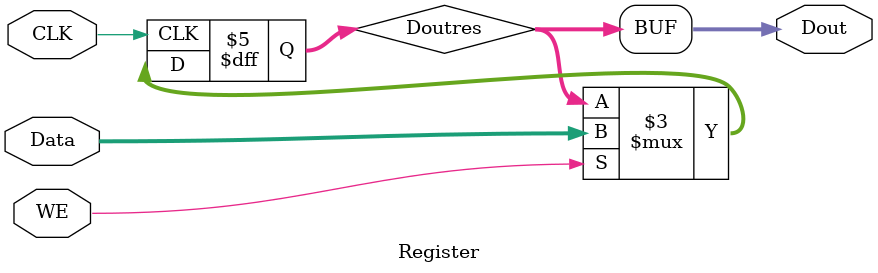
<source format=v>
`timescale 1ns / 1ps
module Register(
    input CLK,
    input [31:0] Data,
    input WE,
    output [31:0] Dout
    );
	 (* keep = "true" *)reg [31:0] Doutres ;
	 assign Dout = Doutres;//
	 initial begin
		Doutres <= 32'b0;
	 end
	 always @(posedge CLK)
	 begin
		if (WE)begin
			$display("Writed to Register %b",Data);
			Doutres <= Data;
		end
	end
endmodule

</source>
